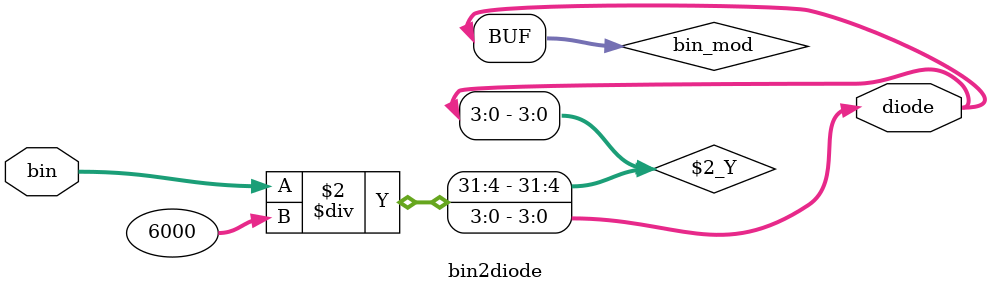
<source format=sv>
`timescale 1ns / 1ps
/******************************************************************************
 * (C) Copyright 2023-2025 AGH UST All Rights Reserved
 *
 * MODULE:    bin2diode
 * DEVICE:    general
 * PROJECT:   stopwatch
 *
 * ABSTRACT:  binary to BCD converter - minute BCD display
 *
 * HISTORY:
 * 30 Jan 2025, KB - initial version
 *
 *******************************************************************************/
module bin2diode(
    input  wire  [15:0] bin,  // 16-bit binary input
    output logic [3:0] diode  // 4-bit diode output
);

    logic [3:0] bin_mod;  // Store result of division

    always_comb begin
        bin_mod = bin / 6000;  // Compute how many full 6000s fit in bin
        diode = bin_mod;       // Assign to diode output
    end

endmodule
</source>
